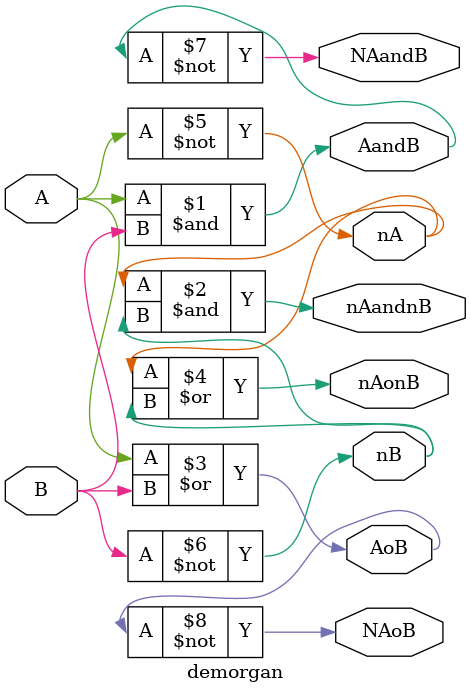
<source format=v>
module demorgan
(
  input  A,          // Single bit inputs
  input  B,
  output nA,         // Output intermediate complemented inputs
  output nB,
  output nAandnB,     // Single bit output, (~A)*(~B)
  output AandB,
  output NAandB,
  output AoB,
  output nAonB,
  output NAoB
);

  wire nA;
  wire nB;
  not Ainv(nA, A);  	// Top inverter is named Ainv, takes signal A as input and produces signal nA
  not Binv(nB, B);
  not AandBinv(NAandB, AandB);  
  not NAorBinv(NAoB, AoB);
  and andgate(AandB, A, B);  
  and andgate(nAandnB, nA, nB);
  or orgate(AoB, A, B);
  or orgate(nAonB, nA, nB);
  

	// AND gate produces nAandnB from nA and nB

endmodule

</source>
